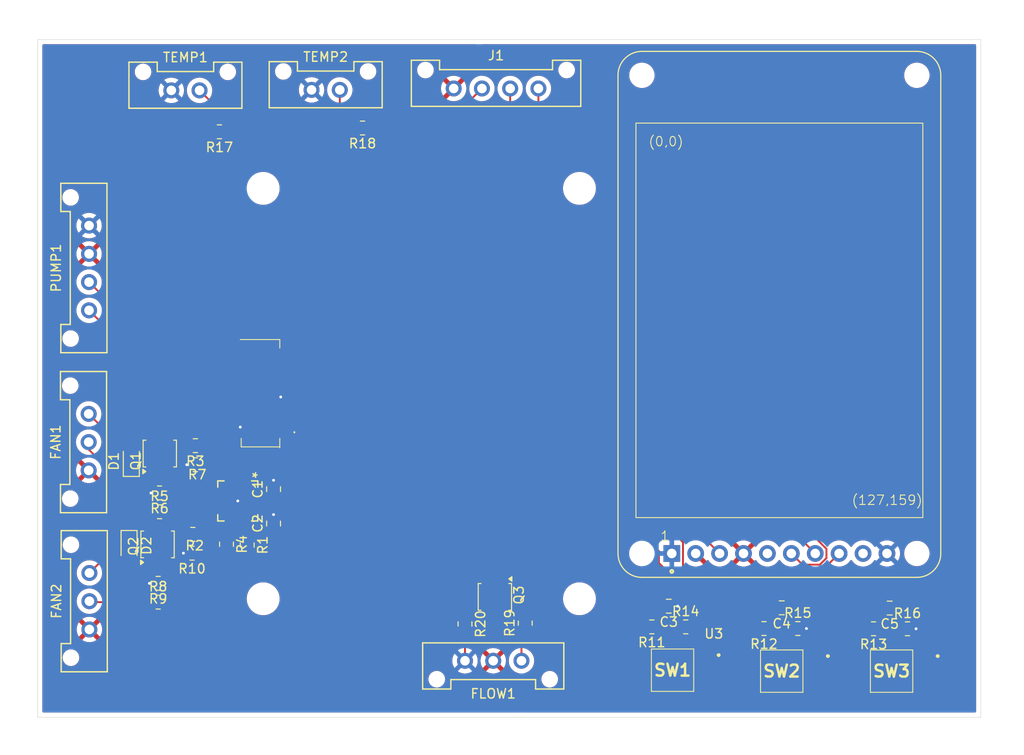
<source format=kicad_pcb>
(kicad_pcb (version 20240108) (generator "pcbnew") (generator_version "8.0")
  (layers (0 "F.Cu" signal) (31 "B.Cu" signal) (34 "B.Paste" user) (35 "F.Paste" user) (36 "B.SilkS" user "B.Silkscreen") (37 "F.SilkS" user "F.Silkscreen") (38 "B.Mask" user) (39 "F.Mask" user) (44 "Edge.Cuts" user))
  (net 0 "")
  (net 1 "+3.3V")
  (net 2 "GND")
  (net 3 "AGND")
  (net 4 "Net-(D1-A)")
  (net 5 "+12V")
  (net 6 "Net-(R11-Pad1)")
  (net 7 "/~{SMBALERT}")
  (net 8 "/FAN1_TACH")
  (net 9 "Net-(R12-Pad1)")
  (net 10 "/FAN2_TACH")
  (net 11 "/PUMP_PWM")
  (net 12 "/FAN1_PWM")
  (net 13 "/PUMP_PG")
  (net 14 "/FAN2_PWM")
  (net 15 "Net-(R13-Pad1)")
  (net 16 "/FAN_SCL")
  (net 18 "/FAN_SDA")
  (net 19 "CAN_H")
  (net 20 "GNDPWR")
  (net 21 "CAN_L")
  (net 22 "/FlowrateSensor/FLOW_OUT")
  (net 23 "/FAN_SPEED")
  (net 24 "/PUMP_SPEED")
  (net 25 "/SYST_MODE")
  (net 26 "/MOSI")
  (net 27 "/LCD_TFT_~{CS}")
  (net 28 "/SCLK")
  (net 30 "VDDA")
  (net 31 "/LCD_RESET")
  (net 32 "/TEMP1")
  (net 33 "/TEMP2")
  (net 34 "/Fans/TACH1_IN")
  (net 35 "/Fans/TACH2_IN")
  (net 36 "/FLOW")
  (net 37 "Net-(D2-A)")
  (net 38 "Net-(U1-CLK)")
  (net 46 "+3V3")
  (footprint "UTSVT_Connectors:Molex_MicroFit3.0_1x2xP3.00mm_PolarizingPeg_Vertical" (layer "F.Cu") (at 132.8335 69.575)
    (property "Reference" "TEMP2" (at 1.5 -3.5 360) (layer "F.SilkS"))
    (property "Value" "Conn_01x02")
    (pad "" np_thru_hole circle (at -3 -1.96) (size 1.27 1.27) (drill 1.27) (layers "*.Cu" "*.Mask"))
    (pad "" np_thru_hole circle (at 6 -1.96) (size 1.27 1.27) (drill 1.27) (layers "*.Cu" "*.Mask"))
    (pad "1" thru_hole circle (at 0 0) (size 1.7 1.7) (drill 1.02) (layers "*.Cu" "*.Mask") (net 2 "GND"))
    (pad "2" thru_hole circle (at 3 0) (size 1.7 1.7) (drill 1.02) (layers "*.Cu" "*.Mask") (net 33 "/TEMP2"))
  )
  (footprint "Package_TO_SOT_SMD:LFPAK33" (layer "F.Cu") (at 116.7095 108.409702 90)
    (property "Reference" "Q1" (at -0.585 -2.55 90) (layer "F.SilkS"))
    (property "Value" "NMOS")
    (pad "1" smd roundrect (at -1.535 -0.975 90) (size 0.83 0.4) (layers "F.Cu" "F.Mask") (net 4 "Net-(D1-A)"))
    (pad "2" smd roundrect (at -1.535 -0.325 90) (size 0.83 0.4) (layers "F.Cu" "F.Mask") (net 12 "/FAN1_PWM"))
    (pad "3" smd roundrect (at -1.535 0.325 90) (size 0.83 0.4) (layers "F.Cu" "F.Mask") (net 2 "GND"))
    (pad "4" smd roundrect (at -1.535 0.975 90) (size 0.83 0.4) (layers "F.Cu" "F.Mask"))
    (pad "5" smd custom (at 0.405 0 90) (size 1.85 2.25) (layers "F.Cu" "F.Mask") (options (clearance outline) (anchor rect)) (primitives (gr_poly (pts (xy 1.545 -0.775) (xy 0.925 -0.775) (xy 0.925 -1.175) (xy 1.545 -1.175)) (width 0) (fill yes)) (gr_poly (pts (xy 1.545 -0.125) (xy 0.925 -0.125) (xy 0.925 -0.525) (xy 1.545 -0.525)) (width 0) (fill yes)) (gr_poly (pts (xy 1.545 0.525) (xy 0.925 0.525) (xy 0.925 0.125) (xy 1.545 0.125)) (width 0) (fill yes)) (gr_poly (pts (xy 1.545 1.175) (xy 0.925 1.175) (xy 0.925 0.775) (xy 1.545 0.775)) (width 0) (fill yes))))
  )
  (footprint "Resistor_SMD:R_0805_2012Metric" (layer "F.Cu") (at 155.5335 126.225 90)
    (property "Reference" "R19" (at 0 -1.65 90) (layer "F.SilkS"))
    (property "Value" "10k")
    (pad "1" smd roundrect (at -0.9125 0 90) (size 1.025 1.4) (layers "F.Cu" "F.Paste" "F.Mask") (roundrect_rratio 0.243902) (net 22 "/FlowrateSensor/FLOW_OUT"))
    (pad "2" smd roundrect (at 0.9125 0 90) (size 1.025 1.4) (layers "F.Cu" "F.Paste" "F.Mask") (roundrect_rratio 0.243902) (net 36 "/FLOW"))
  )
  (footprint "Package_TO_SOT_SMD:LFPAK33" (layer "F.Cu") (at 152.3085 123.24 -90)
    (property "Reference" "Q3" (at 0 -2.55 90) (layer "F.SilkS"))
    (property "Value" "NMOS")
    (pad "1" smd roundrect (at -1.535 -0.975 270) (size 0.83 0.4) (layers "F.Cu" "F.Mask") (net 1 "+3.3V"))
    (pad "2" smd roundrect (at -1.535 -0.325 270) (size 0.83 0.4) (layers "F.Cu" "F.Mask") (net 22 "/FlowrateSensor/FLOW_OUT"))
    (pad "3" smd roundrect (at -1.535 0.325 270) (size 0.83 0.4) (layers "F.Cu" "F.Mask") (net 36 "/FLOW"))
    (pad "4" smd roundrect (at -1.535 0.975 270) (size 0.83 0.4) (layers "F.Cu" "F.Mask"))
    (pad "5" smd custom (at 0.405 0 270) (size 1.85 2.25) (layers "F.Cu" "F.Mask") (options (clearance outline) (anchor rect)) (primitives (gr_poly (pts (xy 1.545 -0.775) (xy 0.925 -0.775) (xy 0.925 -1.175) (xy 1.545 -1.175)) (width 0) (fill yes)) (gr_poly (pts (xy 1.545 -0.125) (xy 0.925 -0.125) (xy 0.925 -0.525) (xy 1.545 -0.525)) (width 0) (fill yes)) (gr_poly (pts (xy 1.545 0.525) (xy 0.925 0.525) (xy 0.925 0.125) (xy 1.545 0.125)) (width 0) (fill yes)) (gr_poly (pts (xy 1.545 1.175) (xy 0.925 1.175) (xy 0.925 0.775) (xy 1.545 0.775)) (width 0) (fill yes))))
  )
  (footprint "Resistor_SMD:R_0805_2012Metric" (layer "F.Cu") (at 149.1335 126.3125 -90)
    (property "Reference" "R20" (at 0 -1.65 90) (layer "F.SilkS"))
    (property "Value" "10k")
    (pad "1" smd roundrect (at -0.9125 0 270) (size 1.025 1.4) (layers "F.Cu" "F.Paste" "F.Mask") (roundrect_rratio 0.243902) (net 36 "/FLOW"))
    (pad "2" smd roundrect (at 0.9125 0 270) (size 1.025 1.4) (layers "F.Cu" "F.Paste" "F.Mask") (roundrect_rratio 0.243902) (net 2 "GND"))
  )
  (footprint "Resistor_SMD:R_0805_2012Metric" (layer "F.Cu") (at 192.541 126.825 180)
    (property "Reference" "R13" (at 0 -1.65 360) (layer "F.SilkS"))
    (property "Value" "1k")
    (pad "1" smd roundrect (at -0.9125 0 180) (size 1.025 1.4) (layers "F.Cu" "F.Paste" "F.Mask") (roundrect_rratio 0.243902) (net 15 "Net-(R13-Pad1)"))
    (pad "2" smd roundrect (at 0.9125 0 180) (size 1.025 1.4) (layers "F.Cu" "F.Paste" "F.Mask") (roundrect_rratio 0.243902) (net 25 "/SYST_MODE"))
  )
  (footprint "Resistor_SMD:R_0805_2012Metric" (layer "F.Cu") (at 120.1335 118.794702 180)
    (property "Reference" "R10" (at 0 -1.65 360) (layer "F.SilkS"))
    (property "Value" "10k")
    (pad "1" smd roundrect (at -0.9125 0 180) (size 1.025 1.4) (layers "F.Cu" "F.Paste" "F.Mask") (roundrect_rratio 0.243902) (net 14 "/FAN2_PWM"))
    (pad "2" smd roundrect (at 0.9125 0 180) (size 1.025 1.4) (layers "F.Cu" "F.Paste" "F.Mask") (roundrect_rratio 0.243902) (net 2 "GND"))
  )
  (footprint "Resistor_SMD:R_0805_2012Metric" (layer "F.Cu") (at 116.6835 114.394702)
    (property "Reference" "R5" (at 0 -1.65 360) (layer "F.SilkS"))
    (property "Value" "1k")
    (pad "1" smd roundrect (at -0.9125 0) (size 1.025 1.4) (layers "F.Cu" "F.Paste" "F.Mask") (roundrect_rratio 0.243902) (net 34 "/Fans/TACH1_IN"))
    (pad "2" smd roundrect (at 0.9125 0) (size 1.025 1.4) (layers "F.Cu" "F.Paste" "F.Mask") (roundrect_rratio 0.243902) (net 8 "/FAN1_TACH"))
  )
  (footprint "Diode_SMD:D_SOD-323" (layer "F.Cu") (at 113.446 117.994702 -90)
    (property "Reference" "D2" (at 0 -1.85 90) (layer "F.SilkS"))
    (property "Value" "1N4448W")
    (pad "1" smd roundrect (at -1.05 0 270) (size 0.6 0.45) (layers "F.Cu" "F.Paste" "F.Mask") (net 5 "+12V"))
    (pad "2" smd roundrect (at 1.05 0 270) (size 0.6 0.45) (layers "F.Cu" "F.Paste" "F.Mask") (net 37 "Net-(D2-A)"))
  )
  (footprint "UTSVT_Connectors:Molex_MicroFit3.0_1x4xP3.00mm_PolarizingPeg_Vertical" (layer "F.Cu") (at 109.196 92.994702 90)
    (property "Reference" "PUMP1" (at 4.5 -3.5 90) (layer "F.SilkS"))
    (property "Value" "Conn_01x04")
    (pad "" np_thru_hole circle (at -3 -1.96 90) (size 1.27 1.27) (drill 1.27) (layers "*.Cu" "*.Mask"))
    (pad "" np_thru_hole circle (at 12 -1.96 90) (size 1.27 1.27) (drill 1.27) (layers "*.Cu" "*.Mask"))
    (pad "1" thru_hole circle (at 0 0 90) (size 1.7 1.7) (drill 1.02) (layers "*.Cu" "*.Mask") (net 13 "/PUMP_PG"))
    (pad "2" thru_hole circle (at 3 0 90) (size 1.7 1.7) (drill 1.02) (layers "*.Cu" "*.Mask") (net 11 "/PUMP_PWM"))
    (pad "3" thru_hole circle (at 6 0 90) (size 1.7 1.7) (drill 1.02) (layers "*.Cu" "*.Mask") (net 5 "+12V"))
    (pad "4" thru_hole circle (at 9 0 90) (size 1.7 1.7) (drill 1.02) (layers "*.Cu" "*.Mask") (net 2 "GND"))
  )
  (footprint "PushButton:TL3305BF160QG" (layer "F.Cu") (at 194.4535 131.325 180)
    (property "Reference" "SW3" (at 0 0 360) (layer "F.SilkS") (effects (font (size 1.27 1.27) (thickness 0.254))))
    (property "Value" "SW_Push" (hide yes))
    (pad "1" smd rect (at -3.6 1.5 270) (size 1.4 1.6) (layers "F.Cu" "F.Paste" "F.Mask") (net 15 "Net-(R13-Pad1)"))
    (pad "2" smd rect (at 3.6 1.5 270) (size 1.4 1.6) (layers "F.Cu" "F.Paste" "F.Mask") (net 1 "+3.3V"))
    (pad "3" smd rect (at -3.6 -1.5 270) (size 1.4 1.6) (layers "F.Cu" "F.Paste" "F.Mask"))
    (pad "4" smd rect (at 3.6 -1.5 270) (size 1.4 1.6) (layers "F.Cu" "F.Paste" "F.Mask"))
  )
  (footprint "Resistor_SMD:R_0805_2012Metric" (layer "F.Cu") (at 125.996 117.932202 -90)
    (property "Reference" "R1" (at 0 -1.65 90) (layer "F.SilkS"))
    (property "Value" "10k")
    (pad "1" smd roundrect (at -0.9125 0 270) (size 1.025 1.4) (layers "F.Cu" "F.Paste" "F.Mask") (roundrect_rratio 0.243902) (net 7 "/~{SMBALERT}"))
    (pad "2" smd roundrect (at 0.9125 0 270) (size 1.025 1.4) (layers "F.Cu" "F.Paste" "F.Mask") (roundrect_rratio 0.243902) (net 1 "+3.3V"))
  )
  (footprint "Resistor_SMD:R_0805_2012Metric" (layer "F.Cu") (at 120.4885 107.370701 180)
    (property "Reference" "R3" (at 0 -1.65 360) (layer "F.SilkS"))
    (property "Value" "10k")
    (pad "1" smd roundrect (at -0.9125 0 180) (size 1.025 1.4) (layers "F.Cu" "F.Paste" "F.Mask") (roundrect_rratio 0.243902) (net 12 "/FAN1_PWM"))
    (pad "2" smd roundrect (at 0.9125 0 180) (size 1.025 1.4) (layers "F.Cu" "F.Paste" "F.Mask") (roundrect_rratio 0.243902) (net 1 "+3.3V"))
  )
  (footprint "Capacitor_SMD:C_0805_2012Metric" (layer "F.Cu") (at 194.2535 124.625 180)
    (property "Reference" "C5" (at 0 -1.68 360) (layer "F.SilkS"))
    (property "Value" "0.1uF")
    (pad "1" smd roundrect (at -0.95 0 180) (size 1 1.45) (layers "F.Cu" "F.Paste" "F.Mask") (net 2 "GND"))
    (pad "2" smd roundrect (at 0.95 0 180) (size 1 1.45) (layers "F.Cu" "F.Paste" "F.Mask") (net 25 "/SYST_MODE"))
  )
  (footprint "Resistor_SMD:R_0805_2012Metric" (layer "F.Cu") (at 116.6835 112.394702 180)
    (property "Reference" "R6" (at 0 -1.65 360) (layer "F.SilkS"))
    (property "Value" "380")
    (pad "1" smd roundrect (at -0.9125 0 180) (size 1.025 1.4) (layers "F.Cu" "F.Paste" "F.Mask") (roundrect_rratio 0.243902) (net 8 "/FAN1_TACH"))
    (pad "2" smd roundrect (at 0.9125 0 180) (size 1.025 1.4) (layers "F.Cu" "F.Paste" "F.Mask") (roundrect_rratio 0.243902) (net 2 "GND"))
  )
  (footprint "Resistor_SMD:R_0805_2012Metric" (layer "F.Cu") (at 116.5335 123.994702)
    (property "Reference" "R8" (at 0 -1.65 360) (layer "F.SilkS"))
    (property "Value" "1k")
    (pad "1" smd roundrect (at -0.9125 0) (size 1.025 1.4) (layers "F.Cu" "F.Paste" "F.Mask") (roundrect_rratio 0.243902) (net 35 "/Fans/TACH2_IN"))
    (pad "2" smd roundrect (at 0.9125 0) (size 1.025 1.4) (layers "F.Cu" "F.Paste" "F.Mask") (roundrect_rratio 0.243902) (net 10 "/FAN2_TACH"))
  )
  (footprint "PushButton:TL3305BF160QG" (layer "F.Cu") (at 182.7835 131.325 180)
    (property "Reference" "SW2" (at 0 0 360) (layer "F.SilkS") (effects (font (size 1.27 1.27) (thickness 0.254))))
    (property "Value" "SW_Push" (hide yes))
    (pad "1" smd rect (at -3.6 1.5 270) (size 1.4 1.6) (layers "F.Cu" "F.Paste" "F.Mask") (net 9 "Net-(R12-Pad1)"))
    (pad "2" smd rect (at 3.6 1.5 270) (size 1.4 1.6) (layers "F.Cu" "F.Paste" "F.Mask") (net 1 "+3.3V"))
    (pad "3" smd rect (at -3.6 -1.5 270) (size 1.4 1.6) (layers "F.Cu" "F.Paste" "F.Mask"))
    (pad "4" smd rect (at 3.6 -1.5 270) (size 1.4 1.6) (layers "F.Cu" "F.Paste" "F.Mask"))
  )
  (footprint "UTSVT_Special:PeripheralSOM" (layer "F.Cu") (at 145.7335 105.025 180)
    (property "Reference" "U2" (hide yes))
    (property "Value" "PeripheralSOM" (hide yes))
    (pad "" np_thru_hole circle (at -15.56226 -18.61226 180) (size 3 3) (drill 3) (layers "*.Cu" "*.Mask"))
    (pad "" np_thru_hole circle (at -15.56226 24.98774 180) (size 3 3) (drill 3) (layers "*.Cu" "*.Mask"))
    (pad "" np_thru_hole circle (at 18.03774 -18.61226 180) (size 3 3) (drill 3) (layers "*.Cu" "*.Mask"))
    (pad "" np_thru_hole circle (at 18.03774 24.98774 180) (size 3 3) (drill 3) (layers "*.Cu" "*.Mask"))
    (pad "1" smd rect (at 16.175 -1.175 270) (size 0.55 1.8) (layers "F.Cu" "F.Paste" "F.Mask") (net 36 "/FLOW"))
    (pad "2" smd rect (at 20.475 -1.175 270) (size 0.55 1.8) (layers "F.Cu" "F.Paste" "F.Mask") (net 1 "+3.3V"))
    (pad "3" smd rect (at 16.175 -0.375 270) (size 0.55 1.8) (layers "F.Cu" "F.Paste" "F.Mask") (net 23 "/FAN_SPEED"))
    (pad "4" smd rect (at 20.475 -0.375 270) (size 0.55 1.8) (layers "F.Cu" "F.Paste" "F.Mask") (net 2 "GND"))
    (pad "5" smd rect (at 16.175 0.425 270) (size 0.55 1.8) (layers "F.Cu" "F.Paste" "F.Mask") (net 24 "/PUMP_SPEED"))
    (pad "6" smd rect (at 20.475 0.425 270) (size 0.55 1.8) (layers "F.Cu" "F.Paste" "F.Mask") (net 18 "/FAN_SDA"))
    (pad "7" smd rect (at 16.175 1.225 270) (size 0.55 1.8) (layers "F.Cu" "F.Paste" "F.Mask") (net 25 "/SYST_MODE"))
    (pad "8" smd rect (at 20.475 1.225 270) (size 0.55 1.8) (layers "F.Cu" "F.Paste" "F.Mask") (net 16 "/FAN_SCL"))
    (pad "9" smd rect (at 16.175 2.025 270) (size 0.55 1.8) (layers "F.Cu" "F.Paste" "F.Mask") (net 1 "+3.3V"))
    (pad "10" smd rect (at 20.475 2.025 270) (size 0.55 1.8) (layers "F.Cu" "F.Paste" "F.Mask") (net 30 "VDDA"))
    (pad "11" smd rect (at 16.175 2.825 270) (size 0.55 1.8) (layers "F.Cu" "F.Paste" "F.Mask") (net 2 "GND"))
    (pad "12" smd rect (at 20.475 2.825 270) (size 0.55 1.8) (layers "F.Cu" "F.Paste" "F.Mask") (net 3 "AGND"))
    (pad "13" smd rect (at 16.175 3.625 270) (size 0.55 1.8) (layers "F.Cu" "F.Paste" "F.Mask") (net 28 "/SCLK"))
    (pad "14" smd rect (at 20.475 3.625 270) (size 0.55 1.8) (layers "F.Cu" "F.Paste" "F.Mask") (net 13 "/PUMP_PG"))
    (pad "15" smd rect (at 16.175 4.425 270) (size 0.55 1.8) (layers "F.Cu" "F.Paste" "F.Mask") (net 31 "/LCD_RESET"))
    (pad "16" smd rect (at 20.475 4.425 270) (size 0.55 1.8) (layers "F.Cu" "F.Paste" "F.Mask") (net 11 "/PUMP_PWM"))
    (pad "17" smd rect (at 16.175 5.225 270) (size 0.55 1.8) (layers "F.Cu" "F.Paste" "F.Mask") (net 26 "/MOSI"))
    (pad "18" smd rect (at 20.475 5.225 270) (size 0.55 1.8) (layers "F.Cu" "F.Paste" "F.Mask") (net 32 "/TEMP1"))
    (pad "19" smd rect (at 16.175 6.025 270) (size 0.55 1.8) (layers "F.Cu" "F.Paste" "F.Mask") (net 27 "/LCD_TFT_~{CS}"))
    (pad "20" smd rect (at 20.475 6.025 270) (size 0.55 1.8) (layers "F.Cu" "F.Paste" "F.Mask") (net 33 "/TEMP2"))
    (pad "21" smd rect (at 16.175 6.825 270) (size 0.55 1.8) (layers "F.Cu" "F.Paste" "F.Mask") (net 21 "CAN_L"))
    (pad "22" smd rect (at 20.475 6.825 270) (size 0.55 1.8) (layers "F.Cu" "F.Paste" "F.Mask") (net 5 "+12V"))
    (pad "23" smd rect (at 16.175 7.625 270) (size 0.55 1.8) (layers "F.Cu" "F.Paste" "F.Mask") (net 19 "CAN_H"))
    (pad "24" smd rect (at 20.475 7.625 270) (size 0.55 1.8) (layers "F.Cu" "F.Paste" "F.Mask") (net 20 "GNDPWR"))
  )
  (footprint "Resistor_SMD:R_0805_2012Metric" (layer "F.Cu") (at 138.246 73.625 180)
    (property "Reference" "R18" (at 0 -1.65 360) (layer "F.SilkS"))
    (property "Value" "1k")
    (pad "1" smd roundrect (at -0.9125 0 180) (size 1.025 1.4) (layers "F.Cu" "F.Paste" "F.Mask") (roundrect_rratio 0.243902) (net 46 "+3V3"))
    (pad "2" smd roundrect (at 0.9125 0 180) (size 1.025 1.4) (layers "F.Cu" "F.Paste" "F.Mask") (roundrect_rratio 0.243902) (net 33 "/TEMP2"))
  )
  (footprint "UTSVT_Connectors:Molex_MicroFit3.0_1x3xP3.00mm_PolarizingPeg_Vertical" (layer "F.Cu") (at 109.156 109.994702 90)
    (property "Reference" "FAN1" (at 3 -3.5 90) (layer "F.SilkS"))
    (property "Value" "Conn_01x03")
    (pad "" np_thru_hole circle (at -3 -1.96 90) (size 1.27 1.27) (drill 1.27) (layers "*.Cu" "*.Mask"))
    (pad "" np_thru_hole circle (at 9 -1.96 90) (size 1.27 1.27) (drill 1.27) (layers "*.Cu" "*.Mask"))
    (pad "1" thru_hole circle (at 0 0 90) (size 1.7 1.7) (drill 1.02) (layers "*.Cu" "*.Mask") (net 5 "+12V"))
    (pad "2" thru_hole circle (at 3 0 90) (size 1.7 1.7) (drill 1.02) (layers "*.Cu" "*.Mask") (net 34 "/Fans/TACH1_IN"))
    (pad "3" thru_hole circle (at 6 0 90) (size 1.7 1.7) (drill 1.02) (layers "*.Cu" "*.Mask") (net 4 "Net-(D1-A)"))
  )
  (footprint "Resistor_SMD:R_0805_2012Metric" (layer "F.Cu") (at 168.9835 126.625 180)
    (property "Reference" "R11" (at 0 -1.65 360) (layer "F.SilkS"))
    (property "Value" "1k")
    (pad "1" smd roundrect (at -0.9125 0 180) (size 1.025 1.4) (layers "F.Cu" "F.Paste" "F.Mask") (roundrect_rratio 0.243902) (net 6 "Net-(R11-Pad1)"))
    (pad "2" smd roundrect (at 0.9125 0 180) (size 1.025 1.4) (layers "F.Cu" "F.Paste" "F.Mask") (roundrect_rratio 0.243902) (net 23 "/FAN_SPEED"))
  )
  (footprint "Resistor_SMD:R_0805_2012Metric" (layer "F.Cu") (at 184.496 126.8)
    (property "Reference" "R15" (at 0 -1.65 360) (layer "F.SilkS"))
    (property "Value" "10k")
    (pad "1" smd roundrect (at -0.9125 0) (size 1.025 1.4) (layers "F.Cu" "F.Paste" "F.Mask") (roundrect_rratio 0.243902) (net 9 "Net-(R12-Pad1)"))
    (pad "2" smd roundrect (at 0.9125 0) (size 1.025 1.4) (layers "F.Cu" "F.Paste" "F.Mask") (roundrect_rratio 0.243902) (net 2 "GND"))
  )
  (footprint "Resistor_SMD:R_0805_2012Metric" (layer "F.Cu") (at 180.896 126.8 180)
    (property "Reference" "R12" (at 0 -1.65 360) (layer "F.SilkS"))
    (property "Value" "1k")
    (pad "1" smd roundrect (at -0.9125 0 180) (size 1.025 1.4) (layers "F.Cu" "F.Paste" "F.Mask") (roundrect_rratio 0.243902) (net 9 "Net-(R12-Pad1)"))
    (pad "2" smd roundrect (at 0.9125 0 180) (size 1.025 1.4) (layers "F.Cu" "F.Paste" "F.Mask") (roundrect_rratio 0.243902) (net 24 "/PUMP_SPEED"))
  )
  (footprint "Resistor_SMD:R_0805_2012Metric" (layer "F.Cu") (at 120.4835 109.394702 180)
    (property "Reference" "R7" (at -0.2 -1.05 360) (layer "F.SilkS"))
    (property "Value" "10k")
    (pad "1" smd roundrect (at -0.9125 0 180) (size 1.025 1.4) (layers "F.Cu" "F.Paste" "F.Mask") (roundrect_rratio 0.243902) (net 12 "/FAN1_PWM"))
    (pad "2" smd roundrect (at 0.9125 0 180) (size 1.025 1.4) (layers "F.Cu" "F.Paste" "F.Mask") (roundrect_rratio 0.243902) (net 2 "GND"))
  )
  (footprint "Resistor_SMD:R_0805_2012Metric" (layer "F.Cu") (at 172.5835 126.625)
    (property "Reference" "R14" (at 0 -1.65 360) (layer "F.SilkS"))
    (property "Value" "10k")
    (pad "1" smd roundrect (at -0.9125 0) (size 1.025 1.4) (layers "F.Cu" "F.Paste" "F.Mask") (roundrect_rratio 0.243902) (net 6 "Net-(R11-Pad1)"))
    (pad "2" smd roundrect (at 0.9125 0) (size 1.025 1.4) (layers "F.Cu" "F.Paste" "F.Mask") (roundrect_rratio 0.243902) (net 2 "GND"))
  )
  (footprint "UTSVT_Connectors:Molex_MicroFit3.0_1x3xP3.00mm_PolarizingPeg_Vertical" (layer "F.Cu") (at 109.231 126.896702 90)
    (property "Reference" "FAN2" (at 3 -3.5 90) (layer "F.SilkS"))
    (property "Value" "Conn_01x03")
    (pad "" np_thru_hole circle (at -3 -1.96 90) (size 1.27 1.27) (drill 1.27) (layers "*.Cu" "*.Mask"))
    (pad "" np_thru_hole circle (at 9 -1.96 90) (size 1.27 1.27) (drill 1.27) (layers "*.Cu" "*.Mask"))
    (pad "1" thru_hole circle (at 0 0 90) (size 1.7 1.7) (drill 1.02) (layers "*.Cu" "*.Mask") (net 5 "+12V"))
    (pad "2" thru_hole circle (at 3 0 90) (size 1.7 1.7) (drill 1.02) (layers "*.Cu" "*.Mask") (net 35 "/Fans/TACH2_IN"))
    (pad "3" thru_hole circle (at 6 0 90) (size 1.7 1.7) (drill 1.02) (layers "*.Cu" "*.Mask") (net 37 "Net-(D2-A)"))
  )
  (footprint "UTSVT_Connectors:Molex_MicroFit3.0_1x2xP3.00mm_PolarizingPeg_Vertical" (layer "F.Cu") (at 117.9335 69.625)
    (property "Reference" "TEMP1" (at 1.5 -3.5 360) (layer "F.SilkS"))
    (property "Value" "Conn_01x02")
    (pad "" np_thru_hole circle (at -3 -1.96) (size 1.27 1.27) (drill 1.27) (layers "*.Cu" "*.Mask"))
    (pad "" np_thru_hole circle (at 6 -1.96) (size 1.27 1.27) (drill 1.27) (layers "*.Cu" "*.Mask"))
    (pad "1" thru_hole circle (at 0 0) (size 1.7 1.7) (drill 1.02) (layers "*.Cu" "*.Mask") (net 2 "GND"))
    (pad "2" thru_hole circle (at 3 0) (size 1.7 1.7) (drill 1.02) (layers "*.Cu" "*.Mask") (net 32 "/TEMP1"))
  )
  (footprint "Capacitor_SMD:C_0805_2012Metric" (layer "F.Cu") (at 128.796 111.994702 90)
    (property "Reference" "C1" (at 0 -1.68 90) (layer "F.SilkS"))
    (property "Value" "1uF")
    (pad "1" smd roundrect (at -0.95 0 90) (size 1 1.45) (layers "F.Cu" "F.Paste" "F.Mask") (net 1 "+3.3V"))
    (pad "2" smd roundrect (at 0.95 0 90) (size 1 1.45) (layers "F.Cu" "F.Paste" "F.Mask") (net 2 "GND"))
  )
  (footprint "Resistor_SMD:R_0805_2012Metric" (layer "F.Cu") (at 123.796 117.844702 -90)
    (property "Reference" "R4" (at 0 -1.65 90) (layer "F.SilkS"))
    (property "Value" "15k")
    (pad "1" smd roundrect (at -0.9125 0 270) (size 1.025 1.4) (layers "F.Cu" "F.Paste" "F.Mask") (roundrect_rratio 0.243902) (net 38 "Net-(U1-CLK)"))
    (pad "2" smd roundrect (at 0.9125 0 270) (size 1.025 1.4) (layers "F.Cu" "F.Paste" "F.Mask") (roundrect_rratio 0.243902) (net 1 "+3.3V"))
  )
  (footprint "Diode_SMD:D_SOD-323" (layer "F.Cu") (at 113.6835 109.029702 90)
    (property "Reference" "D1" (at 0 -1.85 90) (layer "F.SilkS"))
    (property "Value" "1N4448W")
    (pad "1" smd roundrect (at -1.05 0 90) (size 0.6 0.45) (layers "F.Cu" "F.Paste" "F.Mask") (net 5 "+12V"))
    (pad "2" smd roundrect (at 1.05 0 90) (size 0.6 0.45) (layers "F.Cu" "F.Paste" "F.Mask") (net 4 "Net-(D1-A)"))
  )
  (footprint "Capacitor_SMD:C_0805_2012Metric" (layer "F.Cu") (at 170.7835 124.425 180)
    (property "Reference" "C3" (at 0 -1.68 360) (layer "F.SilkS"))
    (property "Value" "0.1uF")
    (pad "1" smd roundrect (at -0.95 0 180) (size 1 1.45) (layers "F.Cu" "F.Paste" "F.Mask") (net 2 "GND"))
    (pad "2" smd roundrect (at 0.95 0 180) (size 1 1.45) (layers "F.Cu" "F.Paste" "F.Mask") (net 23 "/FAN_SPEED"))
  )
  (footprint "Package_TO_SOT_SMD:LFPAK33" (layer "F.Cu") (at 116.471 118.059702 90)
    (property "Reference" "Q2" (at 0 -2.55 90) (layer "F.SilkS"))
    (property "Value" "NMOS")
    (pad "1" smd roundrect (at -1.535 -0.975 90) (size 0.83 0.4) (layers "F.Cu" "F.Mask") (net 37 "Net-(D2-A)"))
    (pad "2" smd roundrect (at -1.535 -0.325 90) (size 0.83 0.4) (layers "F.Cu" "F.Mask") (net 14 "/FAN2_PWM"))
    (pad "3" smd roundrect (at -1.535 0.325 90) (size 0.83 0.4) (layers "F.Cu" "F.Mask") (net 2 "GND"))
    (pad "4" smd roundrect (at -1.535 0.975 90) (size 0.83 0.4) (layers "F.Cu" "F.Mask"))
    (pad "5" smd custom (at 0.405 0 90) (size 1.85 2.25) (layers "F.Cu" "F.Mask") (options (clearance outline) (anchor rect)) (primitives (gr_poly (pts (xy 1.545 -0.775) (xy 0.925 -0.775) (xy 0.925 -1.175) (xy 1.545 -1.175)) (width 0) (fill yes)) (gr_poly (pts (xy 1.545 -0.125) (xy 0.925 -0.125) (xy 0.925 -0.525) (xy 1.545 -0.525)) (width 0) (fill yes)) (gr_poly (pts (xy 1.545 0.525) (xy 0.925 0.525) (xy 0.925 0.125) (xy 1.545 0.125)) (width 0) (fill yes)) (gr_poly (pts (xy 1.545 1.175) (xy 0.925 1.175) (xy 0.925 0.775) (xy 1.545 0.775)) (width 0) (fill yes))))
  )
  (footprint "PushButton:TL3305BF160QG" (layer "F.Cu") (at 171.1835 131.225 180)
    (property "Reference" "SW1" (at 0 0 360) (layer "F.SilkS") (effects (font (size 1.27 1.27) (thickness 0.254))))
    (property "Value" "SW_Push" (hide yes))
    (pad "1" smd rect (at -3.6 1.5 270) (size 1.4 1.6) (layers "F.Cu" "F.Paste" "F.Mask") (net 6 "Net-(R11-Pad1)"))
    (pad "2" smd rect (at 3.6 1.5 270) (size 1.4 1.6) (layers "F.Cu" "F.Paste" "F.Mask") (net 1 "+3.3V"))
    (pad "3" smd rect (at -3.6 -1.5 270) (size 1.4 1.6) (layers "F.Cu" "F.Paste" "F.Mask"))
    (pad "4" smd rect (at 3.6 -1.5 270) (size 1.4 1.6) (layers "F.Cu" "F.Paste" "F.Mask"))
  )
  (footprint "Resistor_SMD:R_0805_2012Metric" (layer "F.Cu") (at 116.5335 121.994702 180)
    (property "Reference" "R9" (at 0 -1.65 360) (layer "F.SilkS"))
    (property "Value" "380")
    (pad "1" smd roundrect (at -0.9125 0 180) (size 1.025 1.4) (layers "F.Cu" "F.Paste" "F.Mask") (roundrect_rratio 0.243902) (net 10 "/FAN2_TACH"))
    (pad "2" smd roundrect (at 0.9125 0 180) (size 1.025 1.4) (layers "F.Cu" "F.Paste" "F.Mask") (roundrect_rratio 0.243902) (net 2 "GND"))
  )
  (footprint "Resistor_SMD:R_0805_2012Metric" (layer "F.Cu") (at 196.141 126.825)
    (property "Reference" "R16" (at 0 -1.65 360) (layer "F.SilkS"))
    (property "Value" "10k")
    (pad "1" smd roundrect (at -0.9125 0) (size 1.025 1.4) (layers "F.Cu" "F.Paste" "F.Mask") (roundrect_rratio 0.243902) (net 15 "Net-(R13-Pad1)"))
    (pad "2" smd roundrect (at 0.9125 0) (size 1.025 1.4) (layers "F.Cu" "F.Paste" "F.Mask") (roundrect_rratio 0.243902) (net 2 "GND"))
  )
  (footprint "Resistor_SMD:R_0805_2012Metric" (layer "F.Cu") (at 123.046 74.025 180)
    (property "Reference" "R17" (at 0 -1.65 360) (layer "F.SilkS"))
    (property "Value" "1k")
    (pad "1" smd roundrect (at -0.9125 0 180) (size 1.025 1.4) (layers "F.Cu" "F.Paste" "F.Mask") (roundrect_rratio 0.243902) (net 1 "+3.3V"))
    (pad "2" smd roundrect (at 0.9125 0 180) (size 1.025 1.4) (layers "F.Cu" "F.Paste" "F.Mask") (roundrect_rratio 0.243902) (net 32 "/TEMP1"))
  )
  (footprint "LCD:adafruit_st7735r" (layer "F.Cu") (at 182.5335 93.425)
    (property "Reference" "U3" (at -6.9625 33.93 180) (layer "F.SilkS"))
    (property "Value" "ST7735R")
    (fp_text user "(0,0)" (at -13.97 -17.78 0) (layer "F.SilkS") (effects (font (thickness 0.1)) (justify left bottom)))
    (fp_text user "1" (at -12.7 24.13 0) (layer "F.SilkS") (effects (font (thickness 0.1)) (justify left bottom)))
    (fp_text user "(127,159)" (at 7.62 20.32 0) (layer "F.SilkS") (effects (font (thickness 0.1)) (justify left bottom)))
    (pad "" np_thru_hole circle (at -14.605 -25.4 90) (size 2.2 2.2) (drill 2.2) (layers "*.Cu" "*.Mask"))
    (pad "" np_thru_hole circle (at -14.605 25.4 90) (size 2.2 2.2) (drill 2.2) (layers "F&B.Cu" "*.Mask"))
    (pad "" np_thru_hole circle (at 14.605 -25.4 90) (size 2.2 2.2) (drill 2.2) (layers "F&B.Cu" "*.Mask"))
    (pad "" np_thru_hole circle (at 14.605 25.4 90) (size 2.2 2.2) (drill 2.2) (layers "F&B.Cu" "*.Mask"))
    (pad "1" thru_hole rect (at -11.43 25.4 90) (size 1.778 1.778) (drill 1.016) (layers "*.Cu" "*.Mask") (net 2 "GND"))
    (pad "2" thru_hole circle (at -8.89 25.4 90) (size 1.778 1.778) (drill 1.016) (layers "*.Cu" "*.Mask") (net 1 "+3.3V"))
    (pad "3" thru_hole circle (at -6.35 25.4 90) (size 1.778 1.778) (drill 1.016) (layers "*.Cu" "*.Mask") (net 31 "/LCD_RESET"))
    (pad "4" thru_hole circle (at -3.81 25.4 90) (size 1.778 1.778) (drill 1.016) (layers "*.Cu" "*.Mask") (net 1 "+3.3V"))
    (pad "5" thru_hole circle (at -1.27 25.4 90) (size 1.778 1.778) (drill 1.016) (layers "*.Cu" "*.Mask"))
    (pad "6" thru_hole circle (at 1.27 25.4 90) (size 1.778 1.778) (drill 1.016) (layers "*.Cu" "*.Mask") (net 27 "/LCD_TFT_~{CS}"))
    (pad "7" thru_hole circle (at 3.81 25.4 90) (size 1.778 1.778) (drill 1.016) (layers "*.Cu" "*.Mask") (net 26 "/MOSI"))
    (pad "8" thru_hole circle (at 6.35 25.4 90) (size 1.778 1.778) (drill 1.016) (layers "*.Cu" "*.Mask") (net 28 "/SCLK"))
    (pad "9" thru_hole circle (at 8.89 25.4 90) (size 1.778 1.778) (drill 1.016) (layers "*.Cu" "*.Mask"))
    (pad "10" thru_hole circle (at 11.43 25.4 90) (size 1.778 1.778) (drill 1.016) (layers "*.Cu" "*.Mask") (net 2 "GND"))
  )
  (footprint "Capacitor_SMD:C_0805_2012Metric" (layer "F.Cu") (at 182.7835 124.6 180)
    (property "Reference" "C4" (at 0 -1.68 360) (layer "F.SilkS"))
    (property "Value" "0.1uF")
    (pad "1" smd roundrect (at -0.95 0 180) (size 1 1.45) (layers "F.Cu" "F.Paste" "F.Mask") (net 2 "GND"))
    (pad "2" smd roundrect (at 0.95 0 180) (size 1 1.45) (layers "F.Cu" "F.Paste" "F.Mask") (net 24 "/PUMP_SPEED"))
  )
  (footprint "Capacitor_SMD:C_0805_2012Metric" (layer "F.Cu") (at 128.796 115.644702 90)
    (property "Reference" "C2" (at 0 -1.68 90) (layer "F.SilkS"))
    (property "Value" "1uF")
    (pad "1" smd roundrect (at -0.95 0 90) (size 1 1.45) (layers "F.Cu" "F.Paste" "F.Mask") (net 1 "+3.3V"))
    (pad "2" smd roundrect (at 0.95 0 90) (size 1 1.45) (layers "F.Cu" "F.Paste" "F.Mask") (net 2 "GND"))
  )
  (footprint "FanControl:QFN16_4x4MC_MCH" (layer "F.Cu") (at 124.996 113.244702 -90)
    (property "Reference" "U1" (hide yes))
    (property "Value" "EMC2305-1-AP-TR" (hide yes))
    (fp_text user "*" (at -2.75 -1.5 -90) (layer "F.SilkS"))
    (pad "1" smd rect (at -1.949201 -0.974999) (size 0.3048 0.7112) (layers "F.Cu" "F.Paste" "F.Mask") (net 16 "/FAN_SCL"))
    (pad "2" smd rect (at -1.949201 -0.325001) (size 0.3048 0.7112) (layers "F.Cu" "F.Paste" "F.Mask") (net 18 "/FAN_SDA"))
    (pad "3" smd rect (at -1.949201 0.325001) (size 0.3048 0.7112) (layers "F.Cu" "F.Paste" "F.Mask") (net 1 "+3.3V"))
    (pad "4" smd rect (at -1.949201 0.974999) (size 0.3048 0.7112) (layers "F.Cu" "F.Paste" "F.Mask"))
    (pad "5" smd rect (at -0.974999 1.949201 270) (size 0.3048 0.7112) (layers "F.Cu" "F.Paste" "F.Mask") (net 12 "/FAN1_PWM"))
    (pad "6" smd rect (at -0.325001 1.949201 270) (size 0.3048 0.7112) (layers "F.Cu" "F.Paste" "F.Mask") (net 8 "/FAN1_TACH"))
    (pad "7" smd rect (at 0.325001 1.949201 270) (size 0.3048 0.7112) (layers "F.Cu" "F.Paste" "F.Mask") (net 14 "/FAN2_PWM"))
    (pad "8" smd rect (at 0.974999 1.949201 270) (size 0.3048 0.7112) (layers "F.Cu" "F.Paste" "F.Mask") (net 10 "/FAN2_TACH"))
    (pad "9" smd rect (at 1.949201 0.974999) (size 0.3048 0.7112) (layers "F.Cu" "F.Paste" "F.Mask"))
    (pad "10" smd rect (at 1.949201 0.325001) (size 0.3048 0.7112) (layers "F.Cu" "F.Paste" "F.Mask"))
    (pad "11" smd rect (at 1.949201 -0.325001) (size 0.3048 0.7112) (layers "F.Cu" "F.Paste" "F.Mask") (net 38 "Net-(U1-CLK)"))
    (pad "12" smd rect (at 1.949201 -0.974999) (size 0.3048 0.7112) (layers "F.Cu" "F.Paste" "F.Mask") (net 7 "/~{SMBALERT}"))
    (pad "13" smd rect (at 0.974999 -1.949201 270) (size 0.3048 0.7112) (layers "F.Cu" "F.Paste" "F.Mask"))
    (pad "14" smd rect (at 0.325001 -1.949201 270) (size 0.3048 0.7112) (layers "F.Cu" "F.Paste" "F.Mask"))
    (pad "15" smd rect (at -0.325001 -1.949201 270) (size 0.3048 0.7112) (layers "F.Cu" "F.Paste" "F.Mask"))
    (pad "16" smd rect (at -0.974999 -1.949201 270) (size 0.3048 0.7112) (layers "F.Cu" "F.Paste" "F.Mask"))
    (pad "HTAB" smd rect (at 0 0 270) (size 2.6924 2.6924) (layers "F.Cu" "F.Paste" "F.Mask") (net 2 "GND"))
  )
  (footprint "UTSVT_Connectors:Molex_MicroFit3.0_1x4xP3.00mm_PolarizingPeg_Vertical" (layer "F.Cu") (at 147.9335 69.425)
    (property "Reference" "J1" (at 4.5 -3.5 360) (layer "F.SilkS"))
    (property "Value" "PeripheralCANConnector")
    (pad "" np_thru_hole circle (at -3 -1.96) (size 1.27 1.27) (drill 1.27) (layers "*.Cu" "*.Mask"))
    (pad "" np_thru_hole circle (at 12 -1.96) (size 1.27 1.27) (drill 1.27) (layers "*.Cu" "*.Mask"))
    (pad "1" thru_hole circle (at 0 0) (size 1.7 1.7) (drill 1.02) (layers "*.Cu" "*.Mask") (net 5 "+12V"))
    (pad "2" thru_hole circle (at 3 0) (size 1.7 1.7) (drill 1.02) (layers "*.Cu" "*.Mask") (net 20 "GNDPWR"))
    (pad "3" thru_hole circle (at 6 0) (size 1.7 1.7) (drill 1.02) (layers "*.Cu" "*.Mask") (net 19 "CAN_H"))
    (pad "4" thru_hole circle (at 9 0) (size 1.7 1.7) (drill 1.02) (layers "*.Cu" "*.Mask") (net 21 "CAN_L"))
  )
  (footprint "UTSVT_Connectors:Molex_MicroFit3.0_1x3xP3.00mm_PolarizingPeg_Vertical" (layer "F.Cu") (at 155.1335 130.225 180)
    (property "Reference" "FLOW1" (at 3 -3.5 360) (layer "F.SilkS"))
    (property "Value" "Conn_01x03")
    (pad "" np_thru_hole circle (at -3 -1.96 180) (size 1.27 1.27) (drill 1.27) (layers "*.Cu" "*.Mask"))
    (pad "" np_thru_hole circle (at 9 -1.96 180) (size 1.27 1.27) (drill 1.27) (layers "*.Cu" "*.Mask"))
    (pad "1" thru_hole circle (at 0 0 180) (size 1.7 1.7) (drill 1.02) (layers "*.Cu" "*.Mask") (net 22 "/FlowrateSensor/FLOW_OUT"))
    (pad "2" thru_hole circle (at 3 0 180) (size 1.7 1.7) (drill 1.02) (layers "*.Cu" "*.Mask") (net 5 "+12V"))
    (pad "3" thru_hole circle (at 6 0 180) (size 1.7 1.7) (drill 1.02) (layers "*.Cu" "*.Mask") (net 2 "GND"))
  )
  (footprint "Resistor_SMD:R_0805_2012Metric" (layer "F.Cu") (at 120.221 116.794702 180)
    (property "Reference" "R2" (at -0.2 -1.2 360) (layer "F.SilkS"))
    (property "Value" "10k")
    (pad "1" smd roundrect (at -0.9125 0 180) (size 1.025 1.4) (layers "F.Cu" "F.Paste" "F.Mask") (roundrect_rratio 0.243902) (net 14 "/FAN2_PWM"))
    (pad "2" smd roundrect (at 0.9125 0 180) (size 1.025 1.4) (layers "F.Cu" "F.Paste" "F.Mask") (roundrect_rratio 0.243902) (net 1 "+3.3V"))
  )
  (gr_rect (start 103.7335 64.225) (end 203.9335 136.225) (stroke (width 0.05)) (fill none) (layer "Edge.Cuts"))
  (segment (start 117.0345 110.359701) (end 117.0345 109.944702) (width 0.2) (layer "F.Cu") (net 2))
  (segment (start 117.018202 120.309702) (end 116.796 120.0875) (width 0.2) (layer "F.Cu") (net 2))
  (segment (start 149.1335 127.225) (end 149.1335 130.225) (width 0.2) (layer "F.Cu") (net 2))
  (segment (start 119.221 118.794702) (end 119.221 119.494702) (width 0.2) (layer "F.Cu") (net 2))
  (segment (start 171.7335 124.425) (end 173.496 126.1875) (width 0.2) (layer "F.Cu") (net 2))
  (segment (start 119.571 109.394702) (end 118.306 110.659702) (width 0.2) (layer "F.Cu") (net 2))
  (segment (start 116.796 120.0875) (end 116.796 119.594702) (width 0.2) (layer "F.Cu") (net 2))
  (segment (start 117.334501 110.659702) (end 117.0345 110.359701) (width 0.2) (layer "F.Cu") (net 2))
  (segment (start 118.406 120.309702) (end 117.018202 120.309702) (width 0.2) (layer "F.Cu") (net 2))
  (segment (start 183.7335 124.6) (end 185.4085 126.275) (width 0.2) (layer "F.Cu") (net 2))
  (segment (start 185.4085 126.275) (end 185.4085 126.8) (width 0.2) (layer "F.Cu") (net 2))
  (segment (start 195.2035 124.625) (end 197.0535 126.475) (width 0.2) (layer "F.Cu") (net 2))
  (segment (start 119.221 119.494702) (end 118.406 120.309702) (width 0.2) (layer "F.Cu") (net 2))
  (segment (start 197.0535 126.475) (end 197.0535 126.825) (width 0.2) (layer "F.Cu") (net 2))
  (segment (start 173.496 126.1875) (end 173.496 126.625) (width 0.2) (layer "F.Cu") (net 2))
  (segment (start 118.306 110.659702) (end 117.334501 110.659702) (width 0.2) (layer "F.Cu") (net 2))
  (via (at 115.771 112.394702) (size 0.6) (drill 0.3) (layers "F.Cu" "B.Cu") (net 2))
  (via (at 119.221 118.794702) (size 0.6) (drill 0.3) (layers "F.Cu" "B.Cu") (net 2))
  (via (at 115.621 121.994702) (size 0.6) (drill 0.3) (layers "F.Cu" "B.Cu") (net 2))
  (via (at 119.571 109.394702) (size 0.6) (drill 0.3) (layers "F.Cu" "B.Cu") (net 2))
  (via (at 197.0535 126.825) (size 0.6) (drill 0.3) (layers "F.Cu" "B.Cu") (net 2))
  (via (at 171.7335 124.425) (size 0.6) (drill 0.3) (layers "F.Cu" "B.Cu") (net 2))
  (via (at 128.796 111.044702) (size 0.6) (drill 0.3) (layers "F.Cu" "B.Cu") (net 2))
  (via (at 125.2585 105.4) (size 0.6) (drill 0.3) (layers "F.Cu" "B.Cu") (net 2))
  (via (at 129.5585 102.2) (size 0.6) (drill 0.3) (layers "F.Cu" "B.Cu") (net 2))
  (via (at 185.4085 126.8) (size 0.6) (drill 0.3) (layers "F.Cu" "B.Cu") (net 2))
  (via (at 115.621 121.994702) (size 0.6) (drill 0.3) (layers "F.Cu" "B.Cu") (net 2))
  (via (at 128.796 114.694702) (size 0.6) (drill 0.3) (layers "F.Cu" "B.Cu") (net 2))
  (via (at 124.996 113.244702) (size 0.6) (drill 0.3) (layers "F.Cu" "B.Cu") (net 2))
  (segment (start 115.7345 109.944702) (end 113.7695 107.979702) (width 0.2) (layer "F.Cu") (net 4))
  (segment (start 113.6835 107.979702) (end 113.141 107.979702) (width 0.2) (layer "F.Cu") (net 4))
  (segment (start 113.141 107.979702) (end 109.156 103.994702) (width 0.2) (layer "F.Cu") (net 4))
  (segment (start 113.7695 107.979702) (end 113.6835 107.979702) (width 0.2) (layer "F.Cu") (net 4))
  (segment (start 169.896 126.625) (end 169.896 126.7125) (width 0.2) (layer "F.Cu") (net 6))
  (segment (start 174.7835 129.725) (end 174.771 129.725) (width 0.2) (layer "F.Cu") (net 6))
  (segment (start 171.671 126.625) (end 169.896 126.625) (width 0.2) (layer "F.Cu") (net 6))
  (segment (start 174.771 129.725) (end 171.671 126.625) (width 0.2) (layer "F.Cu") (net 6))
  (segment (start 171.671 127.0125) (end 171.671 126.625) (width 0.2) (layer "F.Cu") (net 6))
  (segment (start 125.996 115.218904) (end 125.970999 115.193903) (width 0.2) (layer "F.Cu") (net 7))
  (segment (start 125.996 117.019702) (end 125.996 115.218904) (width 0.2) (layer "F.Cu") (net 7))
  (segment (start 117.596 114.394702) (end 117.596 112.394702) (width 0.2) (layer "F.Cu") (net 8))
  (segment (start 117.596 112.394702) (end 118.120999 112.919701) (width 0.2) (layer "F.Cu") (net 8))
  (segment (start 118.120999 112.919701) (end 123.046799 112.919701) (width 0.2) (layer "F.Cu") (net 8))
  (segment (start 186.3835 129.6) (end 183.5835 126.8) (width 0.2) (layer "F.Cu") (net 9))
  (segment (start 183.5835 126.8) (end 181.8085 126.8) (width 0.2) (layer "F.Cu") (net 9))
  (segment (start 122.796 118.541946) (end 122.796 114.4705) (width 0.2) (layer "F.Cu") (net 10))
  (segment (start 117.446 123.994702) (end 117.446 121.994702) (width 0.2) (layer "F.Cu") (net 10))
  (segment (start 122.796 114.4705) (end 123.046799 114.219701) (width 0.2) (layer "F.Cu") (net 10))
  (segment (start 119.343244 121.994702) (end 122.796 118.541946) (width 0.2) (layer "F.Cu") (net 10))
  (segment (start 117.446 121.994702) (end 119.343244 121.994702) (width 0.2) (layer "F.Cu") (net 10))
  (segment (start 125.2585 100.6) (end 119.801298 100.6) (width 0.2) (layer "F.Cu") (net 11))
  (segment (start 119.801298 100.6) (end 109.196 89.994702) (width 0.2) (layer "F.Cu") (net 11))
  (segment (start 123.046799 112.269703) (end 123.046799 111.045501) (width 0.2) (layer "F.Cu") (net 12))
  (segment (start 116.3845 110.359701) (end 117.249799 111.225) (width 0.2) (layer "F.Cu") (net 12))
  (segment (start 116.3845 109.944702) (end 116.3845 110.359701) (width 0.2) (layer "F.Cu") (net 12))
  (segment (start 117.249799 111.225) (end 119.565702 111.225) (width 0.2) (layer "F.Cu") (net 12))
  (segment (start 121.401 109.389702) (end 121.396 109.394702) (width 0.2) (layer "F.Cu") (net 12))
  (segment (start 123.046799 111.045501) (end 121.396 109.394702) (width 0.2) (layer "F.Cu") (net 12))
  (segment (start 119.565702 111.225) (end 121.396 109.394702) (width 0.2) (layer "F.Cu") (net 12))
  (segment (start 121.401 107.370701) (end 121.401 109.389702) (width 0.2) (layer "F.Cu") (net 12))
  (segment (start 117.601298 101.4) (end 109.196 92.994702) (width 0.2) (layer "F.Cu") (net 13))
  (segment (start 125.2585 101.4) (end 117.601298 101.4) (width 0.2) (layer "F.Cu") (net 13))
  (segment (start 121.1335 116.794702) (end 121.1335 115.025) (width 0.2) (layer "F.Cu") (net 14))
  (segment (start 116.146 120.009701) (end 116.146 119.594702) (width 0.2) (layer "F.Cu") (net 14))
  (segment (start 122.588797 113.569703) (end 123.046799 113.569703) (width 0.2) (layer "F.Cu") (net 14))
  (segment (start 116.961299 120.825) (end 116.146 120.009701) (width 0.2) (layer "F.Cu") (net 14))
  (segment (start 121.046 116.882202) (end 121.1335 116.794702) (width 0.2) (layer "F.Cu") (net 14))
  (segment (start 121.046 118.794702) (end 119.015702 120.825) (width 0.2) (layer "F.Cu") (net 14))
  (segment (start 121.046 118.794702) (end 121.046 116.882202) (width 0.2) (layer "F.Cu") (net 14))
  (segment (start 121.1335 115.025) (end 122.588797 113.569703) (width 0.2) (layer "F.Cu") (net 14))
  (segment (start 119.015702 120.825) (end 116.961299 120.825) (width 0.2) (layer "F.Cu") (net 14))
  (segment (start 195.2285 126.825) (end 193.4535 126.825) (width 0.2) (layer "F.Cu") (net 15))
  (segment (start 195.2285 127) (end 195.2285 126.825) (width 0.2) (layer "F.Cu") (net 15))
  (segment (start 198.0535 129.825) (end 195.2285 127) (width 0.2) (layer "F.Cu") (net 15))
  (segment (start 126.4585 110.808) (end 125.970999 111.295501) (width 0.2) (layer "F.Cu") (net 16))
  (segment (start 126.4585 103.9) (end 126.4585 110.808) (width 0.2) (layer "F.Cu") (net 16))
  (segment (start 125.2585 103.8) (end 126.3585 103.8) (width 0.2) (layer "F.Cu") (net 16))
  (segment (start 126.3585 103.8) (end 126.4585 103.9) (width 0.2) (layer "F.Cu") (net 16))
  (segment (start 124.1585 104.6) (end 123.9335 104.825) (width 0.2) (layer "F.Cu") (net 18))
  (segment (start 125.2585 104.6) (end 124.1585 104.6) (width 0.2) (layer "F.Cu") (net 18))
  (segment (start 125.321001 110.739901) (end 125.321001 111.295501) (width 0.2) (layer "F.Cu") (net 18))
  (segment (start 123.9335 104.825) (end 123.9335 109.3524) (width 0.2) (layer "F.Cu") (net 18))
  (segment (start 123.9335 109.3524) (end 125.321001 110.739901) (width 0.2) (layer "F.Cu") (net 18))
  (segment (start 153.9335 73.025) (end 153.9335 69.425) (width 0.2) (layer "F.Cu") (net 19))
  (segment (start 129.5585 97.4) (end 153.9335 73.025) (width 0.2) (layer "F.Cu") (net 19))
  (segment (start 125.2585 95.1) (end 150.9335 69.425) (width 0.2) (layer "F.Cu") (net 20))
  (segment (start 125.2585 97.4) (end 125.2585 95.1) (width 0.2) (layer "F.Cu") (net 20))
  (segment (start 130.6585 98.2) (end 156.9335 71.925) (width 0.2) (layer "F.Cu") (net 21))
  (segment (start 129.5585 98.2) (end 130.6585 98.2) (width 0.2) (layer "F.Cu") (net 21))
  (segment (start 156.9335 71.925) (end 156.9335 69.425) (width 0.2) (layer "F.Cu") (net 21))
  (segment (start 153.6985 120.99) (end 154.5335 121.825) (width 0.2) (layer "F.Cu") (net 22))
  (segment (start 155.1335 130.225) (end 155.1335 127.5375) (width 0.2) (layer "F.Cu") (net 22))
  (segment (start 154.5335 121.825) (end 154.5335 126.1375) (width 0.2) (layer "F.Cu") (net 22))
  (segment (start 155.1335 127.5375) (end 155.5335 127.1375) (width 0.2) (layer "F.Cu") (net 22))
  (segment (start 154.5335 126.1375) (end 155.5335 127.1375) (width 0.2) (layer "F.Cu") (net 22))
  (segment (start 152.6335 121.290001) (end 152.933501 120.99) (width 0.2) (layer "F.Cu") (net 22))
  (segment (start 152.933501 120.99) (end 153.6985 120.99) (width 0.2) (layer "F.Cu") (net 22))
  (segment (start 152.6335 121.705) (end 152.6335 121.290001) (width 0.2) (layer "F.Cu") (net 22))
  (segment (start 129.5585 105.4) (end 146.846 105.4) (width 0.2) (layer "F.Cu") (net 23))
  (segment (start 146.846 105.4) (end 168.071 126.625) (width 0.2) (layer "F.Cu") (net 23))
  (segment (start 169.8335 124.425) (end 168.071 126.1875) (width 0.2) (layer "F.Cu") (net 23))
  (segment (start 151.65289 104.6) (end 170.45289 123.4) (width 0.2) (layer "F.Cu") (net 24))
  (segment (start 180.6335 123.4) (end 181.8335 124.6) (width 0.2) (layer "F.Cu") (net 24))
  (segment (start 181.8335 124.6) (end 179.9835 126.45) (width 0.2) (layer "F.Cu") (net 24))
  (segment (start 129.5585 104.6) (end 151.65289 104.6) (width 0.2) (layer "F.Cu") (net 24))
  (segment (start 170.45289 123.4) (end 180.6335 123.4) (width 0.2) (layer "F.Cu") (net 24))
  (segment (start 169.7335 118.57939) (end 169.7335 119.833) (width 0.2) (layer "F.Cu") (net 25))
  (segment (start 191.5035 122.825) (end 193.3035 124.625) (width 0.2) (layer "F.Cu") (net 25))
  (segment (start 193.3035 124.625) (end 191.6285 126.3) (width 0.2) (layer "F.Cu") (net 25))
  (segment (start 169.7335 119.833) (end 172.7255 122.825) (width 0.2) (layer "F.Cu") (net 25))
  (segment (start 172.7255 122.825) (end 191.5035 122.825) (width 0.2) (layer "F.Cu") (net 25))
  (segment (start 191.6285 126.3) (end 191.6285 126.825) (width 0.2) (layer "F.Cu") (net 25))
  (segment (start 154.95411 103.8) (end 169.7335 118.57939) (width 0.2) (layer "F.Cu") (net 25))
  (segment (start 129.5585 103.8) (end 154.95411 103.8) (width 0.2) (layer "F.Cu") (net 25))
  (segment (start 167.3185 99.8) (end 186.3435 118.825) (width 0.2) (layer "F.Cu") (net 26))
  (segment (start 129.5585 99.8) (end 167.3185 99.8) (width 0.2) (layer "F.Cu") (net 26))
  (segment (start 186.836 120.014) (end 184.9925 120.014) (width 0.2) (layer "F.Cu") (net 27))
  (segment (start 184.9925 120.014) (end 183.8035 118.825) (width 0.2) (layer "F.Cu") (net 27))
  (segment (start 187.5325 119.3175) (end 186.836 120.014) (width 0.2) (layer "F.Cu") (net 27))
  (segment (start 129.5585 99) (end 168.2 99) (width 0.2) (layer "F.Cu") (net 27))
  (segment (start 187.5325 118.3325) (end 187.5325 119.3175) (width 0.2) (layer "F.Cu") (net 27))
  (segment (start 168.2 99) (end 187.5325 118.3325) (width 0.2) (layer "F.Cu") (net 27))
  (segment (start 172.893814 121.225) (end 186.4835 121.225) (width 0.2) (layer "F.Cu") (net 28))
  (segment (start 156.0565 101.4) (end 172.2925 117.636) (width 0.2) (layer "F.Cu") (net 28))
  (segment (start 186.4835 121.225) (end 188.8835 118.825) (width 0.2) (layer "F.Cu") (net 28))
  (segment (start 129.5585 101.4) (end 156.0565 101.4) (width 0.2) (layer "F.Cu") (net 28))
  (segment (start 172.2925 117.636) (end 172.2925 120.623686) (width 0.2) (layer "F.Cu") (net 28))
  (segment (start 172.2925 120.623686) (end 172.893814 121.225) (width 0.2) (layer "F.Cu") (net 28))
  (segment (start 157.9585 100.6) (end 176.1835 118.825) (width 0.2) (layer "F.Cu") (net 31))
  (segment (start 129.5585 100.6) (end 157.9585 100.6) (width 0.2) (layer "F.Cu") (net 31))
  (segment (start 122.1335 97.775) (end 124.1585 99.8) (width 0.2) (layer "F.Cu") (net 32))
  (segment (start 120.9335 69.625) (end 122.1335 70.825) (width 0.2) (layer "F.Cu") (net 32))
  (segment (start 122.1335 70.825) (end 122.1335 74.025) (width 0.2) (layer "F.Cu") (net 32))
  (segment (start 124.1585 99.8) (end 125.2585 99.8) (width 0.2) (layer "F.Cu") (net 32))
  (segment (start 122.1335 74.025) (end 122.1335 97.775) (width 0.2) (layer "F.Cu") (net 32))
  (segment (start 124.0585 98.775) (end 124.0585 95.1) (width 0.2) (layer "F.Cu") (net 33))
  (segment (start 124.0585 95.1) (end 137.3335 81.825) (width 0.2) (layer "F.Cu") (net 33))
  (segment (start 135.8335 69.575) (end 135.8335 72.125) (width 0.2) (layer "F.Cu") (net 33))
  (segment (start 137.3335 81.825) (end 137.3335 73.625) (width 0.2) (layer "F.Cu") (net 33))
  (segment (start 125.2585 99) (end 124.2835 99) (width 0.2) (layer "F.Cu") (net 33))
  (segment (start 124.2835 99) (end 124.0585 98.775) (width 0.2) (layer "F.Cu") (net 33))
  (segment (start 135.8335 72.125) (end 137.3335 73.625) (width 0.2) (layer "F.Cu") (net 33))
  (segment (start 115.771 114.394702) (end 109.156 107.779702) (width 0.2) (layer "F.Cu") (net 34))
  (segment (start 109.156 107.779702) (end 109.156 106.994702) (width 0.2) (layer "F.Cu") (net 34))
  (segment (start 109.329 123.994702) (end 109.231 123.896702) (width 0.2) (layer "F.Cu") (net 35))
  (segment (start 115.621 123.994702) (end 109.329 123.994702) (width 0.2) (layer "F.Cu") (net 35))
  (segment (start 155.5335 125.3125) (end 155.5335 122.259314) (width 0.2) (layer "F.Cu") (net 36))
  (segment (start 155.5335 122.259314) (end 153.864186 120.59) (width 0.2) (layer "F.Cu") (net 36))
  (segment (start 149.1335 125.4) (end 149.1335 122.921544) (width 0.2) (layer "F.Cu") (net 36))
  (segment (start 136.811956 106.2) (end 151.201956 120.59) (width 0.2) (layer "F.Cu") (net 36))
  (segment (start 151.465044 120.59) (end 151.7335 120.59) (width 0.2) (layer "F.Cu") (net 36))
  (segment (start 151.7335 120.59) (end 152.683501 120.59) (width 0.2) (layer "F.Cu") (net 36))
  (segment (start 153.864186 120.59) (end 152.683501 120.59) (width 0.2) (layer "F.Cu") (net 36))
  (segment (start 129.5585 106.2) (end 136.811956 106.2) (width 0.2) (layer "F.Cu") (net 36))
  (segment (start 151.9835 121.290001) (end 151.9835 121.705) (width 0.2) (layer "F.Cu") (net 36))
  (segment (start 151.201956 120.59) (end 151.7335 120.59) (width 0.2) (layer "F.Cu") (net 36))
  (segment (start 152.683501 120.59) (end 151.9835 121.290001) (width 0.2) (layer "F.Cu") (net 36))
  (segment (start 149.1335 122.921544) (end 151.465044 120.59) (width 0.2) (layer "F.Cu") (net 36))
  (segment (start 114.946 119.044702) (end 115.496 119.594702) (width 0.2) (layer "F.Cu") (net 37))
  (segment (start 109.231 120.896702) (end 111.083 119.044702) (width 0.2) (layer "F.Cu") (net 37))
  (segment (start 111.083 119.044702) (end 113.446 119.044702) (width 0.2) (layer "F.Cu") (net 37))
  (segment (start 113.446 119.044702) (end 114.946 119.044702) (width 0.2) (layer "F.Cu") (net 37))
  (segment (start 124.0407 116.932202) (end 125.321001 115.651901) (width 0.2) (layer "F.Cu") (net 38))
  (segment (start 125.321001 115.651901) (end 125.321001 115.193903) (width 0.2) (layer "F.Cu") (net 38))
  (segment (start 123.796 116.932202) (end 124.0407 116.932202) (width 0.2) (layer "F.Cu") (net 38))
  (zone (net 1) (net_name "+3.3V") (layer "F.Cu") (priority 1) (connect_pads (clearance 0.5)) (min_thickness 0.25) (fill yes (thermal_gap 0.5) (thermal_bridge_width 0.5))
    (polygon (pts (xy 150.842448 62.424576) (xy 150.842448 72.624576) (xy 120.842448 72.824576) (xy 120.842448 76.024576) (xy 126.9335 76.025) (xy 126.9335 101.625) (xy 114.7335 101.825) (xy 114.842448 127.424576) (xy 155.442448 127.224576) (xy 155.442448 138.224576) (xy 205.7335 138.225) (xy 205.7335 62.225)))
  )
  (zone (net 5) (net_name "+12V") (layer "F.Cu") (connect_pads (clearance 0.5)) (min_thickness 0.25) (fill yes (thermal_gap 0.5) (thermal_bridge_width 0.5))
    (polygon (pts (xy 102.642448 62.424576) (xy 102.842448 138.224576) (xy 155.442448 138.224576) (xy 155.442448 127.224576) (xy 116.842448 127.424576) (xy 116.7335 101.825) (xy 126.9335 101.625) (xy 126.9335 76.025) (xy 120.842448 76.024576) (xy 120.842448 72.824576) (xy 150.842448 72.624576) (xy 150.842448 62.424576) (xy 102.642448 62.424576)))
  )
  (zone (net 2) (net_name "GND") (layer "B.Cu") (priority 2) (connect_pads (clearance 0.5)) (min_thickness 0.25) (fill yes (thermal_gap 0.5) (thermal_bridge_width 0.5))
    (polygon (pts (xy 99.7335 60.025) (xy 100.1335 140.025) (xy 208.5335 140.225) (xy 208.1335 60.025)))
  )
)
</source>
